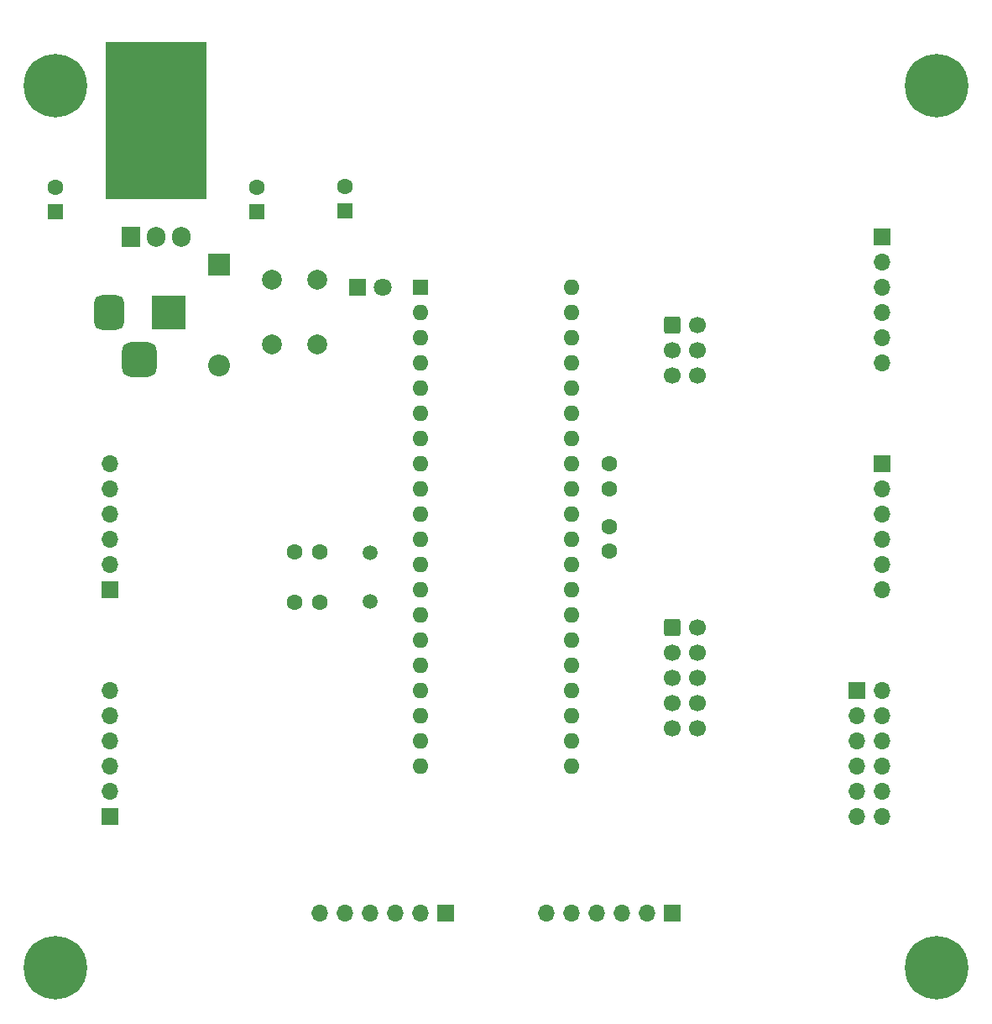
<source format=gts>
G04 #@! TF.GenerationSoftware,KiCad,Pcbnew,7.0.1*
G04 #@! TF.CreationDate,2023-04-07T20:05:42+02:00*
G04 #@! TF.ProjectId,at90s8535,61743930-7338-4353-9335-2e6b69636164,V1.0*
G04 #@! TF.SameCoordinates,Original*
G04 #@! TF.FileFunction,Soldermask,Top*
G04 #@! TF.FilePolarity,Negative*
%FSLAX46Y46*%
G04 Gerber Fmt 4.6, Leading zero omitted, Abs format (unit mm)*
G04 Created by KiCad (PCBNEW 7.0.1) date 2023-04-07 20:05:42*
%MOMM*%
%LPD*%
G01*
G04 APERTURE LIST*
G04 Aperture macros list*
%AMRoundRect*
0 Rectangle with rounded corners*
0 $1 Rounding radius*
0 $2 $3 $4 $5 $6 $7 $8 $9 X,Y pos of 4 corners*
0 Add a 4 corners polygon primitive as box body*
4,1,4,$2,$3,$4,$5,$6,$7,$8,$9,$2,$3,0*
0 Add four circle primitives for the rounded corners*
1,1,$1+$1,$2,$3*
1,1,$1+$1,$4,$5*
1,1,$1+$1,$6,$7*
1,1,$1+$1,$8,$9*
0 Add four rect primitives between the rounded corners*
20,1,$1+$1,$2,$3,$4,$5,0*
20,1,$1+$1,$4,$5,$6,$7,0*
20,1,$1+$1,$6,$7,$8,$9,0*
20,1,$1+$1,$8,$9,$2,$3,0*%
G04 Aperture macros list end*
%ADD10R,1.700000X1.700000*%
%ADD11O,1.700000X1.700000*%
%ADD12C,1.600000*%
%ADD13C,0.800000*%
%ADD14C,6.400000*%
%ADD15R,1.600000X1.600000*%
%ADD16O,3.500000X3.500000*%
%ADD17R,1.905000X2.000000*%
%ADD18O,1.905000X2.000000*%
%ADD19C,1.500000*%
%ADD20O,1.600000X1.600000*%
%ADD21RoundRect,0.250000X-0.600000X-0.600000X0.600000X-0.600000X0.600000X0.600000X-0.600000X0.600000X0*%
%ADD22C,1.700000*%
%ADD23R,2.200000X2.200000*%
%ADD24O,2.200000X2.200000*%
%ADD25C,2.000000*%
%ADD26R,1.800000X1.800000*%
%ADD27C,1.800000*%
%ADD28R,3.500000X3.500000*%
%ADD29RoundRect,0.750000X-0.750000X-1.000000X0.750000X-1.000000X0.750000X1.000000X-0.750000X1.000000X0*%
%ADD30RoundRect,0.875000X-0.875000X-0.875000X0.875000X-0.875000X0.875000X0.875000X-0.875000X0.875000X0*%
G04 APERTURE END LIST*
D10*
X-38957500Y-29210000D03*
D11*
X-38957500Y-26670000D03*
X-38957500Y-24130000D03*
X-38957500Y-21590000D03*
X-38957500Y-19050000D03*
X-38957500Y-16510000D03*
D12*
X11430000Y40000D03*
X11430000Y-2460000D03*
X-17780000Y-7620000D03*
X-20280000Y-7620000D03*
D10*
X-5080000Y-38957500D03*
D11*
X-7620000Y-38957500D03*
X-10160000Y-38957500D03*
X-12700000Y-38957500D03*
X-15240000Y-38957500D03*
X-17780000Y-38957500D03*
D13*
X42050000Y-44450000D03*
X42752944Y-42752944D03*
X42752944Y-46147056D03*
X44450000Y-42050000D03*
D14*
X44450000Y-44450000D03*
D13*
X44450000Y-46850000D03*
X46147056Y-42752944D03*
X46147056Y-46147056D03*
X46850000Y-44450000D03*
D12*
X-17780000Y-2540000D03*
X-20280000Y-2540000D03*
D10*
X36417500Y-16510000D03*
D11*
X36417500Y-19050000D03*
X36417500Y-21590000D03*
X36417500Y-24130000D03*
X36417500Y-26670000D03*
X36417500Y-29210000D03*
X38957500Y-16510000D03*
X38957500Y-19050000D03*
X38957500Y-21590000D03*
X38957500Y-24130000D03*
X38957500Y-26670000D03*
X38957500Y-29210000D03*
D13*
X42050000Y44450000D03*
X42752944Y46147056D03*
X42752944Y42752944D03*
X44450000Y46850000D03*
D14*
X44450000Y44450000D03*
D13*
X44450000Y42050000D03*
X46147056Y46147056D03*
X46147056Y42752944D03*
X46850000Y44450000D03*
D15*
X-44450000Y31750000D03*
D12*
X-44450000Y34250000D03*
D10*
X38957500Y6350000D03*
D11*
X38957500Y3810000D03*
X38957500Y1270000D03*
X38957500Y-1270000D03*
X38957500Y-3810000D03*
X38957500Y-6350000D03*
D16*
X-34290000Y45870000D03*
D17*
X-36830000Y29210000D03*
D18*
X-34290000Y29210000D03*
X-31750000Y29210000D03*
D15*
X-24130000Y31750000D03*
D12*
X-24130000Y34250000D03*
D15*
X-15240000Y31837621D03*
D12*
X-15240000Y34337621D03*
D19*
X-12700000Y-7530000D03*
X-12700000Y-2650000D03*
D12*
X11430000Y6350000D03*
X11430000Y3850000D03*
D15*
X-7625000Y24125000D03*
D20*
X-7625000Y21585000D03*
X-7625000Y19045000D03*
X-7625000Y16505000D03*
X-7625000Y13965000D03*
X-7625000Y11425000D03*
X-7625000Y8885000D03*
X-7625000Y6345000D03*
X-7625000Y3805000D03*
X-7625000Y1265000D03*
X-7625000Y-1275000D03*
X-7625000Y-3815000D03*
X-7625000Y-6355000D03*
X-7625000Y-8895000D03*
X-7625000Y-11435000D03*
X-7625000Y-13975000D03*
X-7625000Y-16515000D03*
X-7625000Y-19055000D03*
X-7625000Y-21595000D03*
X-7625000Y-24135000D03*
X7615000Y-24135000D03*
X7615000Y-21595000D03*
X7615000Y-19055000D03*
X7615000Y-16515000D03*
X7615000Y-13975000D03*
X7615000Y-11435000D03*
X7615000Y-8895000D03*
X7615000Y-6355000D03*
X7615000Y-3815000D03*
X7615000Y-1275000D03*
X7615000Y1265000D03*
X7615000Y3805000D03*
X7615000Y6345000D03*
X7615000Y8885000D03*
X7615000Y11425000D03*
X7615000Y13965000D03*
X7615000Y16505000D03*
X7615000Y19045000D03*
X7615000Y21585000D03*
X7615000Y24125000D03*
D21*
X17780000Y20320000D03*
D22*
X20320000Y20320000D03*
X17780000Y17780000D03*
X20320000Y17780000D03*
X17780000Y15240000D03*
X20320000Y15240000D03*
D10*
X-38957500Y-6350000D03*
D11*
X-38957500Y-3810000D03*
X-38957500Y-1270000D03*
X-38957500Y1270000D03*
X-38957500Y3810000D03*
X-38957500Y6350000D03*
D13*
X-46850000Y-44450000D03*
X-46147056Y-42752944D03*
X-46147056Y-46147056D03*
X-44450000Y-42050000D03*
D14*
X-44450000Y-44450000D03*
D13*
X-44450000Y-46850000D03*
X-42752944Y-42752944D03*
X-42752944Y-46147056D03*
X-42050000Y-44450000D03*
X-46850000Y44450000D03*
X-46147056Y46147056D03*
X-46147056Y42752944D03*
X-44450000Y46850000D03*
D14*
X-44450000Y44450000D03*
D13*
X-44450000Y42050000D03*
X-42752944Y46147056D03*
X-42752944Y42752944D03*
X-42050000Y44450000D03*
D23*
X-27940000Y26416000D03*
D24*
X-27940000Y16256000D03*
D10*
X17780000Y-38957500D03*
D11*
X15240000Y-38957500D03*
X12700000Y-38957500D03*
X10160000Y-38957500D03*
X7620000Y-38957500D03*
X5080000Y-38957500D03*
D25*
X-22570000Y18415000D03*
X-22570000Y24915000D03*
X-18070000Y18415000D03*
X-18070000Y24915000D03*
D10*
X38957500Y29210000D03*
D11*
X38957500Y26670000D03*
X38957500Y24130000D03*
X38957500Y21590000D03*
X38957500Y19050000D03*
X38957500Y16510000D03*
D26*
X-13970000Y24130000D03*
D27*
X-11430000Y24130000D03*
D21*
X17780000Y-10160000D03*
D22*
X20320000Y-10160000D03*
X17780000Y-12700000D03*
X20320000Y-12700000D03*
X17780000Y-15240000D03*
X20320000Y-15240000D03*
X17780000Y-17780000D03*
X20320000Y-17780000D03*
X17780000Y-20320000D03*
X20320000Y-20320000D03*
D28*
X-33020000Y21590000D03*
D29*
X-39020000Y21590000D03*
D30*
X-36020000Y16890000D03*
G36*
X-29272000Y48878387D02*
G01*
X-29226613Y48833000D01*
X-29210000Y48771000D01*
X-29210000Y33144000D01*
X-29226613Y33082000D01*
X-29272000Y33036613D01*
X-29334000Y33020000D01*
X-39246000Y33020000D01*
X-39308000Y33036613D01*
X-39353387Y33082000D01*
X-39370000Y33144000D01*
X-39370000Y48771000D01*
X-39353387Y48833000D01*
X-39308000Y48878387D01*
X-39246000Y48895000D01*
X-29334000Y48895000D01*
X-29272000Y48878387D01*
G37*
M02*

</source>
